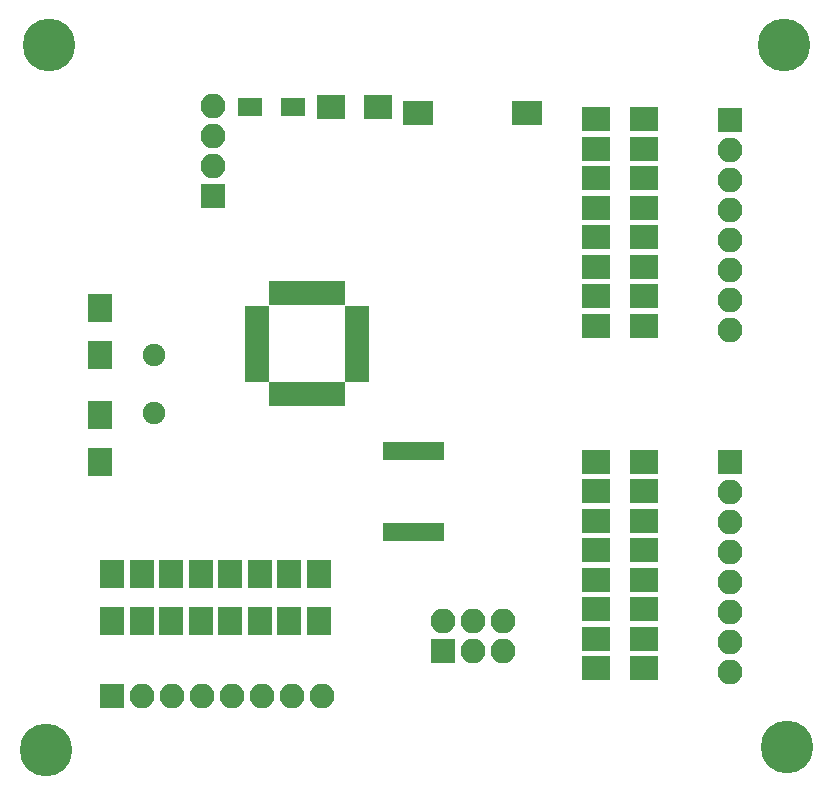
<source format=gts>
G04 #@! TF.FileFunction,Soldermask,Top*
%FSLAX46Y46*%
G04 Gerber Fmt 4.6, Leading zero omitted, Abs format (unit mm)*
G04 Created by KiCad (PCBNEW 4.0.5) date 03/19/17 16:49:19*
%MOMM*%
%LPD*%
G01*
G04 APERTURE LIST*
%ADD10C,0.100000*%
%ADD11R,2.100000X2.400000*%
%ADD12R,2.100000X2.100000*%
%ADD13O,2.100000X2.100000*%
%ADD14R,2.000000X2.400000*%
%ADD15R,2.000000X0.950000*%
%ADD16R,0.950000X2.000000*%
%ADD17R,2.000200X1.598880*%
%ADD18R,2.400000X2.100000*%
%ADD19R,2.580000X2.000000*%
%ADD20R,0.800000X1.600000*%
%ADD21C,1.900000*%
%ADD22C,4.464000*%
G04 APERTURE END LIST*
D10*
D11*
X160500000Y-140000000D03*
X160500000Y-136000000D03*
D12*
X171000000Y-142500000D03*
D13*
X171000000Y-139960000D03*
X173540000Y-142500000D03*
X173540000Y-139960000D03*
X176080000Y-142500000D03*
X176080000Y-139960000D03*
D12*
X151500000Y-104000000D03*
D13*
X151500000Y-101460000D03*
X151500000Y-98920000D03*
X151500000Y-96380000D03*
D14*
X142000000Y-113500000D03*
X142000000Y-117500000D03*
X142000000Y-126500000D03*
X142000000Y-122500000D03*
D15*
X155250000Y-113700000D03*
X155250000Y-114500000D03*
X155250000Y-115300000D03*
X155250000Y-116100000D03*
X155250000Y-116900000D03*
X155250000Y-117700000D03*
X155250000Y-118500000D03*
X155250000Y-119300000D03*
D16*
X156700000Y-120750000D03*
X157500000Y-120750000D03*
X158300000Y-120750000D03*
X159100000Y-120750000D03*
X159900000Y-120750000D03*
X160700000Y-120750000D03*
X161500000Y-120750000D03*
X162300000Y-120750000D03*
D15*
X163750000Y-119300000D03*
X163750000Y-118500000D03*
X163750000Y-117700000D03*
X163750000Y-116900000D03*
X163750000Y-116100000D03*
X163750000Y-115300000D03*
X163750000Y-114500000D03*
X163750000Y-113700000D03*
D16*
X162300000Y-112250000D03*
X161500000Y-112250000D03*
X160700000Y-112250000D03*
X159900000Y-112250000D03*
X159100000Y-112250000D03*
X158300000Y-112250000D03*
X157500000Y-112250000D03*
X156700000Y-112250000D03*
D17*
X158300860Y-96500000D03*
X154699140Y-96500000D03*
D12*
X195326000Y-126492000D03*
D13*
X195326000Y-129032000D03*
X195326000Y-131572000D03*
X195326000Y-134112000D03*
X195326000Y-136652000D03*
X195326000Y-139192000D03*
X195326000Y-141732000D03*
X195326000Y-144272000D03*
D12*
X195326000Y-97536000D03*
D13*
X195326000Y-100076000D03*
X195326000Y-102616000D03*
X195326000Y-105156000D03*
X195326000Y-107696000D03*
X195326000Y-110236000D03*
X195326000Y-112776000D03*
X195326000Y-115316000D03*
D12*
X143002000Y-146304000D03*
D13*
X145542000Y-146304000D03*
X148082000Y-146304000D03*
X150622000Y-146304000D03*
X153162000Y-146304000D03*
X155702000Y-146304000D03*
X158242000Y-146304000D03*
X160782000Y-146304000D03*
D18*
X161500000Y-96500000D03*
X165500000Y-96500000D03*
X188000000Y-126500000D03*
X184000000Y-126500000D03*
X188000000Y-131500000D03*
X184000000Y-131500000D03*
X188000000Y-136500000D03*
X184000000Y-136500000D03*
X188000000Y-141500000D03*
X184000000Y-141500000D03*
X188000000Y-97500000D03*
X184000000Y-97500000D03*
X188000000Y-102500000D03*
X184000000Y-102500000D03*
X188000000Y-107500000D03*
X184000000Y-107500000D03*
X188000000Y-112500000D03*
X184000000Y-112500000D03*
D11*
X143000000Y-140000000D03*
X143000000Y-136000000D03*
X148000000Y-140000000D03*
X148000000Y-136000000D03*
X153000000Y-140000000D03*
X153000000Y-136000000D03*
X158000000Y-140000000D03*
X158000000Y-136000000D03*
D18*
X188000000Y-129000000D03*
X184000000Y-129000000D03*
X188000000Y-134000000D03*
X184000000Y-134000000D03*
X188000000Y-139000000D03*
X184000000Y-139000000D03*
X188000000Y-144000000D03*
X184000000Y-144000000D03*
X188000000Y-100000000D03*
X184000000Y-100000000D03*
X188000000Y-105000000D03*
X184000000Y-105000000D03*
X188000000Y-110000000D03*
X184000000Y-110000000D03*
X188000000Y-115000000D03*
X184000000Y-115000000D03*
D11*
X145500000Y-140000000D03*
X145500000Y-136000000D03*
X150500000Y-140000000D03*
X150500000Y-136000000D03*
X155500000Y-140000000D03*
X155500000Y-136000000D03*
D19*
X168910000Y-97000000D03*
X178090000Y-97000000D03*
D20*
X166225000Y-132450000D03*
X166875000Y-132450000D03*
X167525000Y-132450000D03*
X168175000Y-132450000D03*
X168825000Y-132450000D03*
X169475000Y-132450000D03*
X170125000Y-132450000D03*
X170775000Y-132450000D03*
X170775000Y-125550000D03*
X170125000Y-125550000D03*
X169475000Y-125550000D03*
X168825000Y-125550000D03*
X168175000Y-125550000D03*
X167525000Y-125550000D03*
X166875000Y-125550000D03*
X166225000Y-125550000D03*
D21*
X146500000Y-117500000D03*
X146500000Y-122400000D03*
D22*
X137668000Y-91186000D03*
X199898000Y-91186000D03*
X200152000Y-150622000D03*
X137414000Y-150876000D03*
M02*

</source>
